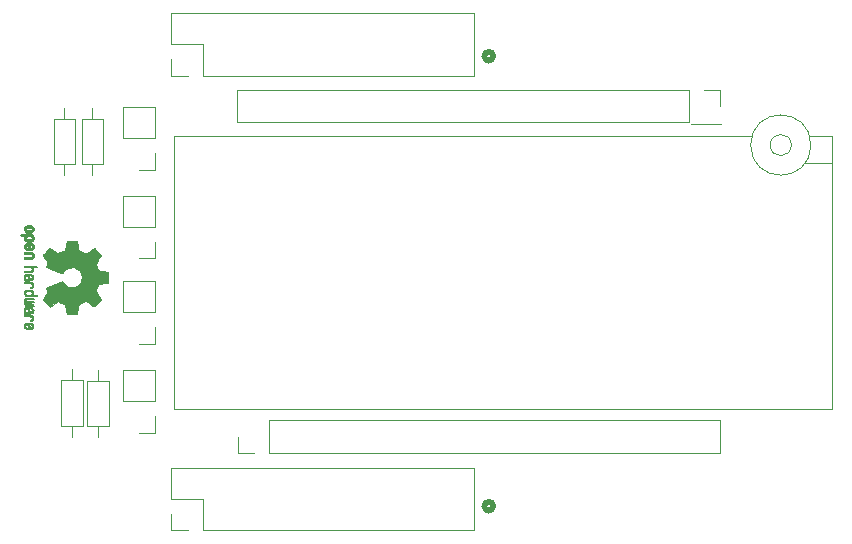
<source format=gto>
%TF.GenerationSoftware,KiCad,Pcbnew,9.0.4*%
%TF.CreationDate,2025-10-21T11:21:35+02:00*%
%TF.ProjectId,GlasgowICAdapter,476c6173-676f-4774-9943-416461707465,rev?*%
%TF.SameCoordinates,Original*%
%TF.FileFunction,Legend,Top*%
%TF.FilePolarity,Positive*%
%FSLAX46Y46*%
G04 Gerber Fmt 4.6, Leading zero omitted, Abs format (unit mm)*
G04 Created by KiCad (PCBNEW 9.0.4) date 2025-10-21 11:21:35*
%MOMM*%
%LPD*%
G01*
G04 APERTURE LIST*
%ADD10C,0.010000*%
%ADD11C,0.120000*%
%ADD12C,0.508000*%
%ADD13O,1.440000X2.000000*%
%ADD14R,1.440000X2.000000*%
%ADD15R,1.700000X1.700000*%
%ADD16C,1.700000*%
%ADD17C,1.400000*%
%ADD18C,1.371600*%
G04 APERTURE END LIST*
D10*
%TO.C,REF\u002A\u002A*%
X89511475Y-104185932D02*
X89615149Y-104190479D01*
X89691892Y-104199999D01*
X89747754Y-104216081D01*
X89788788Y-104240313D01*
X89821046Y-104274286D01*
X89843560Y-104307833D01*
X89873524Y-104388499D01*
X89880282Y-104482381D01*
X89863218Y-104570807D01*
X89853012Y-104594161D01*
X89808866Y-104649902D01*
X89745033Y-104697569D01*
X89676913Y-104727048D01*
X89643330Y-104731846D01*
X89596444Y-104715760D01*
X89571635Y-104680475D01*
X89556613Y-104642644D01*
X89553845Y-104625321D01*
X89573934Y-104616886D01*
X89617649Y-104600230D01*
X89637402Y-104592923D01*
X89705729Y-104551948D01*
X89739809Y-104492622D01*
X89738761Y-104416552D01*
X89737419Y-104410918D01*
X89718164Y-104370305D01*
X89680625Y-104340448D01*
X89620191Y-104320055D01*
X89532249Y-104307836D01*
X89412187Y-104302500D01*
X89348302Y-104302000D01*
X89247597Y-104301752D01*
X89178946Y-104300126D01*
X89135327Y-104295801D01*
X89109718Y-104287454D01*
X89095097Y-104273765D01*
X89084442Y-104253411D01*
X89083905Y-104252234D01*
X89067333Y-104213038D01*
X89061231Y-104193619D01*
X89079681Y-104190635D01*
X89130677Y-104188081D01*
X89207692Y-104186140D01*
X89304195Y-104184997D01*
X89374816Y-104184769D01*
X89511475Y-104185932D01*
G36*
X89511475Y-104185932D02*
G01*
X89615149Y-104190479D01*
X89691892Y-104199999D01*
X89747754Y-104216081D01*
X89788788Y-104240313D01*
X89821046Y-104274286D01*
X89843560Y-104307833D01*
X89873524Y-104388499D01*
X89880282Y-104482381D01*
X89863218Y-104570807D01*
X89853012Y-104594161D01*
X89808866Y-104649902D01*
X89745033Y-104697569D01*
X89676913Y-104727048D01*
X89643330Y-104731846D01*
X89596444Y-104715760D01*
X89571635Y-104680475D01*
X89556613Y-104642644D01*
X89553845Y-104625321D01*
X89573934Y-104616886D01*
X89617649Y-104600230D01*
X89637402Y-104592923D01*
X89705729Y-104551948D01*
X89739809Y-104492622D01*
X89738761Y-104416552D01*
X89737419Y-104410918D01*
X89718164Y-104370305D01*
X89680625Y-104340448D01*
X89620191Y-104320055D01*
X89532249Y-104307836D01*
X89412187Y-104302500D01*
X89348302Y-104302000D01*
X89247597Y-104301752D01*
X89178946Y-104300126D01*
X89135327Y-104295801D01*
X89109718Y-104287454D01*
X89095097Y-104273765D01*
X89084442Y-104253411D01*
X89083905Y-104252234D01*
X89067333Y-104213038D01*
X89061231Y-104193619D01*
X89079681Y-104190635D01*
X89130677Y-104188081D01*
X89207692Y-104186140D01*
X89304195Y-104184997D01*
X89374816Y-104184769D01*
X89511475Y-104185932D01*
G37*
X89388515Y-98854421D02*
X89513532Y-98856884D01*
X89605918Y-98859767D01*
X89672119Y-98863898D01*
X89718580Y-98870107D01*
X89751744Y-98879226D01*
X89778056Y-98892083D01*
X89801271Y-98907584D01*
X89875431Y-98982371D01*
X89918316Y-99073628D01*
X89928588Y-99172883D01*
X89904911Y-99271664D01*
X89868642Y-99334367D01*
X89832642Y-99377961D01*
X89794925Y-99409845D01*
X89748801Y-99431810D01*
X89687579Y-99445649D01*
X89604569Y-99453153D01*
X89493081Y-99456117D01*
X89412938Y-99456461D01*
X89117935Y-99456461D01*
X89043485Y-99290385D01*
X89366598Y-99280615D01*
X89487271Y-99276579D01*
X89574859Y-99272344D01*
X89635350Y-99267097D01*
X89674732Y-99260025D01*
X89698993Y-99250311D01*
X89714120Y-99237144D01*
X89717394Y-99232919D01*
X89742966Y-99168909D01*
X89732847Y-99104208D01*
X89706000Y-99065692D01*
X89686976Y-99050025D01*
X89662012Y-99039180D01*
X89624166Y-99032288D01*
X89566498Y-99028479D01*
X89482065Y-99026883D01*
X89394072Y-99026615D01*
X89283677Y-99026563D01*
X89205537Y-99024672D01*
X89152835Y-99018345D01*
X89118758Y-99004983D01*
X89096489Y-98981985D01*
X89079213Y-98946754D01*
X89061262Y-98899697D01*
X89041722Y-98848303D01*
X89388515Y-98854421D01*
G36*
X89388515Y-98854421D02*
G01*
X89513532Y-98856884D01*
X89605918Y-98859767D01*
X89672119Y-98863898D01*
X89718580Y-98870107D01*
X89751744Y-98879226D01*
X89778056Y-98892083D01*
X89801271Y-98907584D01*
X89875431Y-98982371D01*
X89918316Y-99073628D01*
X89928588Y-99172883D01*
X89904911Y-99271664D01*
X89868642Y-99334367D01*
X89832642Y-99377961D01*
X89794925Y-99409845D01*
X89748801Y-99431810D01*
X89687579Y-99445649D01*
X89604569Y-99453153D01*
X89493081Y-99456117D01*
X89412938Y-99456461D01*
X89117935Y-99456461D01*
X89043485Y-99290385D01*
X89366598Y-99280615D01*
X89487271Y-99276579D01*
X89574859Y-99272344D01*
X89635350Y-99267097D01*
X89674732Y-99260025D01*
X89698993Y-99250311D01*
X89714120Y-99237144D01*
X89717394Y-99232919D01*
X89742966Y-99168909D01*
X89732847Y-99104208D01*
X89706000Y-99065692D01*
X89686976Y-99050025D01*
X89662012Y-99039180D01*
X89624166Y-99032288D01*
X89566498Y-99028479D01*
X89482065Y-99026883D01*
X89394072Y-99026615D01*
X89283677Y-99026563D01*
X89205537Y-99024672D01*
X89152835Y-99018345D01*
X89118758Y-99004983D01*
X89096489Y-98981985D01*
X89079213Y-98946754D01*
X89061262Y-98899697D01*
X89041722Y-98848303D01*
X89388515Y-98854421D01*
G37*
X89358522Y-101373689D02*
X89378731Y-101374107D01*
X89498267Y-101377058D01*
X89585551Y-101380548D01*
X89647409Y-101385514D01*
X89690664Y-101392893D01*
X89722140Y-101403624D01*
X89748661Y-101418645D01*
X89760025Y-101426502D01*
X89810308Y-101471553D01*
X89849419Y-101521940D01*
X89852833Y-101528108D01*
X89879788Y-101618458D01*
X89875330Y-101713362D01*
X89842579Y-101802117D01*
X89784650Y-101874022D01*
X89743872Y-101902144D01*
X89669046Y-101932802D01*
X89614942Y-101932165D01*
X89578554Y-101899987D01*
X89572367Y-101888081D01*
X89553075Y-101836675D01*
X89558018Y-101810422D01*
X89590413Y-101801530D01*
X89608308Y-101801077D01*
X89674141Y-101784797D01*
X89720193Y-101742365D01*
X89742436Y-101683388D01*
X89736839Y-101617475D01*
X89707771Y-101563895D01*
X89691190Y-101545798D01*
X89671075Y-101532971D01*
X89640668Y-101524306D01*
X89593212Y-101518696D01*
X89521950Y-101515035D01*
X89420125Y-101512215D01*
X89387885Y-101511484D01*
X89277590Y-101508820D01*
X89199964Y-101505792D01*
X89148604Y-101501250D01*
X89117110Y-101494046D01*
X89099080Y-101483033D01*
X89088112Y-101467060D01*
X89083267Y-101456834D01*
X89066699Y-101413406D01*
X89061231Y-101387842D01*
X89079493Y-101379395D01*
X89134704Y-101374239D01*
X89227501Y-101372346D01*
X89358522Y-101373689D01*
G36*
X89358522Y-101373689D02*
G01*
X89378731Y-101374107D01*
X89498267Y-101377058D01*
X89585551Y-101380548D01*
X89647409Y-101385514D01*
X89690664Y-101392893D01*
X89722140Y-101403624D01*
X89748661Y-101418645D01*
X89760025Y-101426502D01*
X89810308Y-101471553D01*
X89849419Y-101521940D01*
X89852833Y-101528108D01*
X89879788Y-101618458D01*
X89875330Y-101713362D01*
X89842579Y-101802117D01*
X89784650Y-101874022D01*
X89743872Y-101902144D01*
X89669046Y-101932802D01*
X89614942Y-101932165D01*
X89578554Y-101899987D01*
X89572367Y-101888081D01*
X89553075Y-101836675D01*
X89558018Y-101810422D01*
X89590413Y-101801530D01*
X89608308Y-101801077D01*
X89674141Y-101784797D01*
X89720193Y-101742365D01*
X89742436Y-101683388D01*
X89736839Y-101617475D01*
X89707771Y-101563895D01*
X89691190Y-101545798D01*
X89671075Y-101532971D01*
X89640668Y-101524306D01*
X89593212Y-101518696D01*
X89521950Y-101515035D01*
X89420125Y-101512215D01*
X89387885Y-101511484D01*
X89277590Y-101508820D01*
X89199964Y-101505792D01*
X89148604Y-101501250D01*
X89117110Y-101494046D01*
X89099080Y-101483033D01*
X89088112Y-101467060D01*
X89083267Y-101456834D01*
X89066699Y-101413406D01*
X89061231Y-101387842D01*
X89079493Y-101379395D01*
X89134704Y-101374239D01*
X89227501Y-101372346D01*
X89358522Y-101373689D01*
G37*
X90171764Y-100150077D02*
X90007880Y-100159846D01*
X89928020Y-100165572D01*
X89880961Y-100172149D01*
X89860434Y-100181262D01*
X89860171Y-100194598D01*
X89862622Y-100198923D01*
X89880364Y-100256444D01*
X89879328Y-100331268D01*
X89861090Y-100407339D01*
X89837495Y-100454918D01*
X89799802Y-100503702D01*
X89757145Y-100539364D01*
X89702943Y-100563845D01*
X89630616Y-100579087D01*
X89533581Y-100587030D01*
X89405258Y-100589616D01*
X89380642Y-100589662D01*
X89104130Y-100589692D01*
X89082680Y-100528161D01*
X89068088Y-100484459D01*
X89061294Y-100460482D01*
X89061231Y-100459777D01*
X89079655Y-100457415D01*
X89130474Y-100455406D01*
X89207007Y-100453901D01*
X89302570Y-100453053D01*
X89360671Y-100452923D01*
X89475229Y-100452651D01*
X89557333Y-100451252D01*
X89613607Y-100447849D01*
X89650674Y-100441567D01*
X89675156Y-100431529D01*
X89693675Y-100416861D01*
X89702594Y-100407702D01*
X89738534Y-100344789D01*
X89741225Y-100276136D01*
X89710830Y-100213848D01*
X89699856Y-100202329D01*
X89679221Y-100185433D01*
X89654744Y-100173714D01*
X89619353Y-100166233D01*
X89565974Y-100162054D01*
X89487534Y-100160237D01*
X89379383Y-100159846D01*
X89104130Y-100159846D01*
X89082680Y-100098315D01*
X89068088Y-100054613D01*
X89061294Y-100030636D01*
X89061231Y-100029930D01*
X89079931Y-100028126D01*
X89132678Y-100026500D01*
X89214443Y-100025117D01*
X89320195Y-100024042D01*
X89444906Y-100023340D01*
X89583545Y-100023077D01*
X90118194Y-100023077D01*
X90171764Y-100150077D01*
G36*
X90171764Y-100150077D02*
G01*
X90007880Y-100159846D01*
X89928020Y-100165572D01*
X89880961Y-100172149D01*
X89860434Y-100181262D01*
X89860171Y-100194598D01*
X89862622Y-100198923D01*
X89880364Y-100256444D01*
X89879328Y-100331268D01*
X89861090Y-100407339D01*
X89837495Y-100454918D01*
X89799802Y-100503702D01*
X89757145Y-100539364D01*
X89702943Y-100563845D01*
X89630616Y-100579087D01*
X89533581Y-100587030D01*
X89405258Y-100589616D01*
X89380642Y-100589662D01*
X89104130Y-100589692D01*
X89082680Y-100528161D01*
X89068088Y-100484459D01*
X89061294Y-100460482D01*
X89061231Y-100459777D01*
X89079655Y-100457415D01*
X89130474Y-100455406D01*
X89207007Y-100453901D01*
X89302570Y-100453053D01*
X89360671Y-100452923D01*
X89475229Y-100452651D01*
X89557333Y-100451252D01*
X89613607Y-100447849D01*
X89650674Y-100441567D01*
X89675156Y-100431529D01*
X89693675Y-100416861D01*
X89702594Y-100407702D01*
X89738534Y-100344789D01*
X89741225Y-100276136D01*
X89710830Y-100213848D01*
X89699856Y-100202329D01*
X89679221Y-100185433D01*
X89654744Y-100173714D01*
X89619353Y-100166233D01*
X89565974Y-100162054D01*
X89487534Y-100160237D01*
X89379383Y-100159846D01*
X89104130Y-100159846D01*
X89082680Y-100098315D01*
X89068088Y-100054613D01*
X89061294Y-100030636D01*
X89061231Y-100029930D01*
X89079931Y-100028126D01*
X89132678Y-100026500D01*
X89214443Y-100025117D01*
X89320195Y-100024042D01*
X89444906Y-100023340D01*
X89583545Y-100023077D01*
X90118194Y-100023077D01*
X90171764Y-100150077D01*
G37*
X89859171Y-102769150D02*
X89875966Y-102812002D01*
X89881846Y-102837073D01*
X89863264Y-102843501D01*
X89811345Y-102849509D01*
X89731828Y-102854697D01*
X89630454Y-102858664D01*
X89544808Y-102860577D01*
X89207769Y-102865923D01*
X89201175Y-102912560D01*
X89205786Y-102954976D01*
X89220713Y-102975760D01*
X89248623Y-102981570D01*
X89308075Y-102986530D01*
X89391534Y-102990246D01*
X89491468Y-102992324D01*
X89542896Y-102992624D01*
X89838946Y-102992923D01*
X89860396Y-103054454D01*
X89874980Y-103098004D01*
X89881781Y-103121694D01*
X89881846Y-103122377D01*
X89863358Y-103124754D01*
X89812094Y-103127366D01*
X89734351Y-103129995D01*
X89636426Y-103132421D01*
X89544808Y-103134115D01*
X89207769Y-103139461D01*
X89207769Y-103256692D01*
X89515254Y-103262072D01*
X89822739Y-103267451D01*
X89852293Y-103324601D01*
X89872587Y-103366797D01*
X89881796Y-103391770D01*
X89881846Y-103392491D01*
X89863338Y-103395929D01*
X89811932Y-103398911D01*
X89733808Y-103401247D01*
X89635143Y-103402749D01*
X89531657Y-103403231D01*
X89181467Y-103403231D01*
X89119637Y-103341401D01*
X89081538Y-103298793D01*
X89066105Y-103261390D01*
X89067082Y-103210270D01*
X89069567Y-103189978D01*
X89076800Y-103126554D01*
X89080945Y-103074095D01*
X89081328Y-103061308D01*
X89078824Y-103018199D01*
X89072538Y-102956544D01*
X89069567Y-102932638D01*
X89064972Y-102873922D01*
X89074954Y-102834464D01*
X89105772Y-102795338D01*
X89119637Y-102781215D01*
X89181467Y-102719385D01*
X89836497Y-102719385D01*
X89859171Y-102769150D01*
G36*
X89859171Y-102769150D02*
G01*
X89875966Y-102812002D01*
X89881846Y-102837073D01*
X89863264Y-102843501D01*
X89811345Y-102849509D01*
X89731828Y-102854697D01*
X89630454Y-102858664D01*
X89544808Y-102860577D01*
X89207769Y-102865923D01*
X89201175Y-102912560D01*
X89205786Y-102954976D01*
X89220713Y-102975760D01*
X89248623Y-102981570D01*
X89308075Y-102986530D01*
X89391534Y-102990246D01*
X89491468Y-102992324D01*
X89542896Y-102992624D01*
X89838946Y-102992923D01*
X89860396Y-103054454D01*
X89874980Y-103098004D01*
X89881781Y-103121694D01*
X89881846Y-103122377D01*
X89863358Y-103124754D01*
X89812094Y-103127366D01*
X89734351Y-103129995D01*
X89636426Y-103132421D01*
X89544808Y-103134115D01*
X89207769Y-103139461D01*
X89207769Y-103256692D01*
X89515254Y-103262072D01*
X89822739Y-103267451D01*
X89852293Y-103324601D01*
X89872587Y-103366797D01*
X89881796Y-103391770D01*
X89881846Y-103392491D01*
X89863338Y-103395929D01*
X89811932Y-103398911D01*
X89733808Y-103401247D01*
X89635143Y-103402749D01*
X89531657Y-103403231D01*
X89181467Y-103403231D01*
X89119637Y-103341401D01*
X89081538Y-103298793D01*
X89066105Y-103261390D01*
X89067082Y-103210270D01*
X89069567Y-103189978D01*
X89076800Y-103126554D01*
X89080945Y-103074095D01*
X89081328Y-103061308D01*
X89078824Y-103018199D01*
X89072538Y-102956544D01*
X89069567Y-102932638D01*
X89064972Y-102873922D01*
X89074954Y-102834464D01*
X89105772Y-102795338D01*
X89119637Y-102781215D01*
X89181467Y-102719385D01*
X89836497Y-102719385D01*
X89859171Y-102769150D01*
G37*
X89497818Y-96603894D02*
X89591751Y-96604574D01*
X89662094Y-96607629D01*
X89710837Y-96614322D01*
X89746712Y-96625960D01*
X89778452Y-96643853D01*
X89784352Y-96647808D01*
X89863896Y-96714267D01*
X89910071Y-96786685D01*
X89928401Y-96874849D01*
X89929297Y-96904787D01*
X89912744Y-97016886D01*
X89864591Y-97108464D01*
X89787095Y-97176049D01*
X89737273Y-97200057D01*
X89662467Y-97218738D01*
X89567948Y-97228301D01*
X89464790Y-97229208D01*
X89364065Y-97221921D01*
X89276847Y-97206903D01*
X89214209Y-97184615D01*
X89203421Y-97177765D01*
X89122895Y-97096632D01*
X89074664Y-97000266D01*
X89060550Y-96895701D01*
X89062746Y-96885058D01*
X89242739Y-96885058D01*
X89244263Y-96930447D01*
X89273248Y-96976340D01*
X89304191Y-97003712D01*
X89349357Y-97019923D01*
X89420580Y-97029026D01*
X89428886Y-97029651D01*
X89557963Y-97031204D01*
X89653828Y-97014965D01*
X89715893Y-96981152D01*
X89743568Y-96929984D01*
X89745077Y-96911720D01*
X89737487Y-96863760D01*
X89711192Y-96830953D01*
X89660905Y-96810895D01*
X89581336Y-96801178D01*
X89497818Y-96799231D01*
X89408651Y-96800368D01*
X89349480Y-96804841D01*
X89311259Y-96814246D01*
X89284947Y-96830176D01*
X89276154Y-96838308D01*
X89242739Y-96885058D01*
X89062746Y-96885058D01*
X89082371Y-96789968D01*
X89095453Y-96760543D01*
X89135769Y-96703241D01*
X89189225Y-96652950D01*
X89196005Y-96648197D01*
X89228679Y-96628878D01*
X89263606Y-96616108D01*
X89309586Y-96608564D01*
X89375416Y-96604924D01*
X89469895Y-96603865D01*
X89491077Y-96603846D01*
X89497818Y-96603894D01*
G36*
X89497818Y-96603894D02*
G01*
X89591751Y-96604574D01*
X89662094Y-96607629D01*
X89710837Y-96614322D01*
X89746712Y-96625960D01*
X89778452Y-96643853D01*
X89784352Y-96647808D01*
X89863896Y-96714267D01*
X89910071Y-96786685D01*
X89928401Y-96874849D01*
X89929297Y-96904787D01*
X89912744Y-97016886D01*
X89864591Y-97108464D01*
X89787095Y-97176049D01*
X89737273Y-97200057D01*
X89662467Y-97218738D01*
X89567948Y-97228301D01*
X89464790Y-97229208D01*
X89364065Y-97221921D01*
X89276847Y-97206903D01*
X89214209Y-97184615D01*
X89203421Y-97177765D01*
X89122895Y-97096632D01*
X89074664Y-97000266D01*
X89060550Y-96895701D01*
X89062746Y-96885058D01*
X89242739Y-96885058D01*
X89244263Y-96930447D01*
X89273248Y-96976340D01*
X89304191Y-97003712D01*
X89349357Y-97019923D01*
X89420580Y-97029026D01*
X89428886Y-97029651D01*
X89557963Y-97031204D01*
X89653828Y-97014965D01*
X89715893Y-96981152D01*
X89743568Y-96929984D01*
X89745077Y-96911720D01*
X89737487Y-96863760D01*
X89711192Y-96830953D01*
X89660905Y-96810895D01*
X89581336Y-96801178D01*
X89497818Y-96799231D01*
X89408651Y-96800368D01*
X89349480Y-96804841D01*
X89311259Y-96814246D01*
X89284947Y-96830176D01*
X89276154Y-96838308D01*
X89242739Y-96885058D01*
X89062746Y-96885058D01*
X89082371Y-96789968D01*
X89095453Y-96760543D01*
X89135769Y-96703241D01*
X89189225Y-96652950D01*
X89196005Y-96648197D01*
X89228679Y-96628878D01*
X89263606Y-96616108D01*
X89309586Y-96608564D01*
X89375416Y-96604924D01*
X89469895Y-96603865D01*
X89491077Y-96603846D01*
X89497818Y-96603894D01*
G37*
X89530052Y-104850501D02*
X89589280Y-104851730D01*
X89679290Y-104861032D01*
X89744833Y-104879460D01*
X89793088Y-104909360D01*
X89831233Y-104953080D01*
X89843560Y-104972141D01*
X89875664Y-105058726D01*
X89877684Y-105153522D01*
X89852162Y-105245224D01*
X89801639Y-105322528D01*
X89756410Y-105359814D01*
X89674337Y-105389353D01*
X89609393Y-105391699D01*
X89522555Y-105386385D01*
X89434897Y-105186115D01*
X89390113Y-105088739D01*
X89354087Y-105025113D01*
X89322883Y-104992029D01*
X89292564Y-104986280D01*
X89259195Y-105004658D01*
X89237077Y-105024923D01*
X89201607Y-105083889D01*
X89199121Y-105148024D01*
X89226765Y-105206926D01*
X89281680Y-105250197D01*
X89301072Y-105257936D01*
X89361636Y-105295006D01*
X89387448Y-105337654D01*
X89409529Y-105396154D01*
X89325816Y-105396154D01*
X89268850Y-105390982D01*
X89220811Y-105370723D01*
X89165654Y-105328262D01*
X89158486Y-105321951D01*
X89109415Y-105274720D01*
X89083080Y-105234121D01*
X89070965Y-105183328D01*
X89066997Y-105141220D01*
X89066009Y-105065902D01*
X89078534Y-105012286D01*
X89097131Y-104978838D01*
X89101479Y-104973249D01*
X89491077Y-104973249D01*
X89498528Y-104995753D01*
X89518247Y-105044182D01*
X89546282Y-105108908D01*
X89552308Y-105122443D01*
X89593904Y-105204244D01*
X89630462Y-105249312D01*
X89664704Y-105259217D01*
X89699352Y-105235526D01*
X89714661Y-105215960D01*
X89745279Y-105145360D01*
X89740220Y-105079280D01*
X89702849Y-105023959D01*
X89636527Y-104985636D01*
X89583884Y-104973349D01*
X89530052Y-104968471D01*
X89496562Y-104969839D01*
X89491077Y-104973249D01*
X89101479Y-104973249D01*
X89138025Y-104926268D01*
X89182252Y-104889879D01*
X89237874Y-104866850D01*
X89312953Y-104854359D01*
X89415551Y-104849587D01*
X89467624Y-104849206D01*
X89530052Y-104850501D01*
G36*
X89530052Y-104850501D02*
G01*
X89589280Y-104851730D01*
X89679290Y-104861032D01*
X89744833Y-104879460D01*
X89793088Y-104909360D01*
X89831233Y-104953080D01*
X89843560Y-104972141D01*
X89875664Y-105058726D01*
X89877684Y-105153522D01*
X89852162Y-105245224D01*
X89801639Y-105322528D01*
X89756410Y-105359814D01*
X89674337Y-105389353D01*
X89609393Y-105391699D01*
X89522555Y-105386385D01*
X89434897Y-105186115D01*
X89390113Y-105088739D01*
X89354087Y-105025113D01*
X89322883Y-104992029D01*
X89292564Y-104986280D01*
X89259195Y-105004658D01*
X89237077Y-105024923D01*
X89201607Y-105083889D01*
X89199121Y-105148024D01*
X89226765Y-105206926D01*
X89281680Y-105250197D01*
X89301072Y-105257936D01*
X89361636Y-105295006D01*
X89387448Y-105337654D01*
X89409529Y-105396154D01*
X89325816Y-105396154D01*
X89268850Y-105390982D01*
X89220811Y-105370723D01*
X89165654Y-105328262D01*
X89158486Y-105321951D01*
X89109415Y-105274720D01*
X89083080Y-105234121D01*
X89070965Y-105183328D01*
X89066997Y-105141220D01*
X89066009Y-105065902D01*
X89078534Y-105012286D01*
X89097131Y-104978838D01*
X89101479Y-104973249D01*
X89491077Y-104973249D01*
X89498528Y-104995753D01*
X89518247Y-105044182D01*
X89546282Y-105108908D01*
X89552308Y-105122443D01*
X89593904Y-105204244D01*
X89630462Y-105249312D01*
X89664704Y-105259217D01*
X89699352Y-105235526D01*
X89714661Y-105215960D01*
X89745279Y-105145360D01*
X89740220Y-105079280D01*
X89702849Y-105023959D01*
X89636527Y-104985636D01*
X89583884Y-104973349D01*
X89530052Y-104968471D01*
X89496562Y-104969839D01*
X89491077Y-104973249D01*
X89101479Y-104973249D01*
X89138025Y-104926268D01*
X89182252Y-104889879D01*
X89237874Y-104866850D01*
X89312953Y-104854359D01*
X89415551Y-104849587D01*
X89467624Y-104849206D01*
X89530052Y-104850501D01*
G37*
X89477014Y-102035809D02*
X89594235Y-102040322D01*
X89686423Y-102056362D01*
X89755731Y-102086528D01*
X89809789Y-102133629D01*
X89837495Y-102170312D01*
X89867428Y-102236990D01*
X89881322Y-102314272D01*
X89877603Y-102386110D01*
X89862600Y-102426308D01*
X89858330Y-102442082D01*
X89874250Y-102452550D01*
X89916911Y-102459856D01*
X89981894Y-102465385D01*
X90054268Y-102471437D01*
X90097813Y-102479844D01*
X90122713Y-102495141D01*
X90139155Y-102521864D01*
X90146436Y-102538654D01*
X90173037Y-102602154D01*
X89719711Y-102602081D01*
X89573680Y-102601833D01*
X89461345Y-102600872D01*
X89377322Y-102598794D01*
X89316231Y-102595193D01*
X89272691Y-102589665D01*
X89241321Y-102581804D01*
X89216738Y-102571207D01*
X89202706Y-102563182D01*
X89126612Y-102496728D01*
X89078916Y-102412470D01*
X89067656Y-102351137D01*
X89202705Y-102351137D01*
X89235975Y-102415179D01*
X89240483Y-102420164D01*
X89263933Y-102441439D01*
X89291834Y-102454779D01*
X89333359Y-102462001D01*
X89397684Y-102464923D01*
X89468800Y-102465385D01*
X89558142Y-102464383D01*
X89617742Y-102460238D01*
X89656911Y-102451236D01*
X89684960Y-102435667D01*
X89699856Y-102422902D01*
X89737425Y-102363600D01*
X89741943Y-102295301D01*
X89713247Y-102230110D01*
X89702594Y-102217528D01*
X89678937Y-102196111D01*
X89650749Y-102182744D01*
X89608755Y-102175566D01*
X89543681Y-102172719D01*
X89477014Y-102172308D01*
X89389645Y-102173141D01*
X89331808Y-102176961D01*
X89293971Y-102185746D01*
X89266602Y-102201474D01*
X89245958Y-102220266D01*
X89206110Y-102283375D01*
X89202705Y-102351137D01*
X89067656Y-102351137D01*
X89061801Y-102319249D01*
X89077454Y-102225900D01*
X89105582Y-102170312D01*
X89154240Y-102111957D01*
X89213667Y-102072186D01*
X89291493Y-102048190D01*
X89395348Y-102037161D01*
X89471538Y-102035599D01*
X89477014Y-102035809D01*
G36*
X89477014Y-102035809D02*
G01*
X89594235Y-102040322D01*
X89686423Y-102056362D01*
X89755731Y-102086528D01*
X89809789Y-102133629D01*
X89837495Y-102170312D01*
X89867428Y-102236990D01*
X89881322Y-102314272D01*
X89877603Y-102386110D01*
X89862600Y-102426308D01*
X89858330Y-102442082D01*
X89874250Y-102452550D01*
X89916911Y-102459856D01*
X89981894Y-102465385D01*
X90054268Y-102471437D01*
X90097813Y-102479844D01*
X90122713Y-102495141D01*
X90139155Y-102521864D01*
X90146436Y-102538654D01*
X90173037Y-102602154D01*
X89719711Y-102602081D01*
X89573680Y-102601833D01*
X89461345Y-102600872D01*
X89377322Y-102598794D01*
X89316231Y-102595193D01*
X89272691Y-102589665D01*
X89241321Y-102581804D01*
X89216738Y-102571207D01*
X89202706Y-102563182D01*
X89126612Y-102496728D01*
X89078916Y-102412470D01*
X89067656Y-102351137D01*
X89202705Y-102351137D01*
X89235975Y-102415179D01*
X89240483Y-102420164D01*
X89263933Y-102441439D01*
X89291834Y-102454779D01*
X89333359Y-102462001D01*
X89397684Y-102464923D01*
X89468800Y-102465385D01*
X89558142Y-102464383D01*
X89617742Y-102460238D01*
X89656911Y-102451236D01*
X89684960Y-102435667D01*
X89699856Y-102422902D01*
X89737425Y-102363600D01*
X89741943Y-102295301D01*
X89713247Y-102230110D01*
X89702594Y-102217528D01*
X89678937Y-102196111D01*
X89650749Y-102182744D01*
X89608755Y-102175566D01*
X89543681Y-102172719D01*
X89477014Y-102172308D01*
X89389645Y-102173141D01*
X89331808Y-102176961D01*
X89293971Y-102185746D01*
X89266602Y-102201474D01*
X89245958Y-102220266D01*
X89206110Y-102283375D01*
X89202705Y-102351137D01*
X89067656Y-102351137D01*
X89061801Y-102319249D01*
X89077454Y-102225900D01*
X89105582Y-102170312D01*
X89154240Y-102111957D01*
X89213667Y-102072186D01*
X89291493Y-102048190D01*
X89395348Y-102037161D01*
X89471538Y-102035599D01*
X89477014Y-102035809D01*
G37*
X89615532Y-98096661D02*
X89664964Y-98101992D01*
X89758945Y-98134778D01*
X89824785Y-98180421D01*
X89891319Y-98262802D01*
X89924324Y-98353546D01*
X89926427Y-98446185D01*
X89900255Y-98534254D01*
X89848433Y-98611286D01*
X89773588Y-98670816D01*
X89678346Y-98706378D01*
X89608244Y-98713571D01*
X89578991Y-98712754D01*
X89556593Y-98705914D01*
X89536526Y-98687112D01*
X89514267Y-98650408D01*
X89485291Y-98589862D01*
X89445073Y-98499534D01*
X89444871Y-98499077D01*
X89406790Y-98415933D01*
X89372975Y-98347753D01*
X89347067Y-98301505D01*
X89345750Y-98299914D01*
X89559874Y-98299914D01*
X89569281Y-98333132D01*
X89591517Y-98385494D01*
X89619390Y-98444024D01*
X89620128Y-98445479D01*
X89646223Y-98495089D01*
X89663637Y-98515000D01*
X89681893Y-98510090D01*
X89705880Y-98489416D01*
X89740594Y-98436819D01*
X89743144Y-98380177D01*
X89717881Y-98329369D01*
X89669153Y-98294276D01*
X89615532Y-98284154D01*
X89572448Y-98286590D01*
X89559874Y-98299914D01*
X89345750Y-98299914D01*
X89332705Y-98284158D01*
X89332589Y-98284154D01*
X89301315Y-98299443D01*
X89266843Y-98335196D01*
X89242010Y-98376242D01*
X89237077Y-98397037D01*
X89254138Y-98453770D01*
X89296867Y-98502627D01*
X89343845Y-98526465D01*
X89378478Y-98549397D01*
X89417919Y-98594318D01*
X89451991Y-98647123D01*
X89470520Y-98693710D01*
X89471538Y-98703452D01*
X89454785Y-98714418D01*
X89411961Y-98715079D01*
X89354219Y-98707020D01*
X89292711Y-98691827D01*
X89238591Y-98671086D01*
X89236490Y-98670038D01*
X89149340Y-98607621D01*
X89090061Y-98526726D01*
X89060966Y-98434856D01*
X89064366Y-98339513D01*
X89102572Y-98248198D01*
X89105259Y-98244138D01*
X89170358Y-98172306D01*
X89255295Y-98125073D01*
X89366979Y-98098934D01*
X89398357Y-98095426D01*
X89546464Y-98089213D01*
X89615532Y-98096661D01*
G36*
X89615532Y-98096661D02*
G01*
X89664964Y-98101992D01*
X89758945Y-98134778D01*
X89824785Y-98180421D01*
X89891319Y-98262802D01*
X89924324Y-98353546D01*
X89926427Y-98446185D01*
X89900255Y-98534254D01*
X89848433Y-98611286D01*
X89773588Y-98670816D01*
X89678346Y-98706378D01*
X89608244Y-98713571D01*
X89578991Y-98712754D01*
X89556593Y-98705914D01*
X89536526Y-98687112D01*
X89514267Y-98650408D01*
X89485291Y-98589862D01*
X89445073Y-98499534D01*
X89444871Y-98499077D01*
X89406790Y-98415933D01*
X89372975Y-98347753D01*
X89347067Y-98301505D01*
X89345750Y-98299914D01*
X89559874Y-98299914D01*
X89569281Y-98333132D01*
X89591517Y-98385494D01*
X89619390Y-98444024D01*
X89620128Y-98445479D01*
X89646223Y-98495089D01*
X89663637Y-98515000D01*
X89681893Y-98510090D01*
X89705880Y-98489416D01*
X89740594Y-98436819D01*
X89743144Y-98380177D01*
X89717881Y-98329369D01*
X89669153Y-98294276D01*
X89615532Y-98284154D01*
X89572448Y-98286590D01*
X89559874Y-98299914D01*
X89345750Y-98299914D01*
X89332705Y-98284158D01*
X89332589Y-98284154D01*
X89301315Y-98299443D01*
X89266843Y-98335196D01*
X89242010Y-98376242D01*
X89237077Y-98397037D01*
X89254138Y-98453770D01*
X89296867Y-98502627D01*
X89343845Y-98526465D01*
X89378478Y-98549397D01*
X89417919Y-98594318D01*
X89451991Y-98647123D01*
X89470520Y-98693710D01*
X89471538Y-98703452D01*
X89454785Y-98714418D01*
X89411961Y-98715079D01*
X89354219Y-98707020D01*
X89292711Y-98691827D01*
X89238591Y-98671086D01*
X89236490Y-98670038D01*
X89149340Y-98607621D01*
X89090061Y-98526726D01*
X89060966Y-98434856D01*
X89064366Y-98339513D01*
X89102572Y-98248198D01*
X89105259Y-98244138D01*
X89170358Y-98172306D01*
X89255295Y-98125073D01*
X89366979Y-98098934D01*
X89398357Y-98095426D01*
X89546464Y-98089213D01*
X89615532Y-98096661D01*
G37*
X89699890Y-100726052D02*
X89791098Y-100782831D01*
X89821611Y-100812378D01*
X89860772Y-100879542D01*
X89878500Y-100964956D01*
X89873697Y-101053501D01*
X89845267Y-101130060D01*
X89844721Y-101130936D01*
X89809873Y-101178285D01*
X89769148Y-101213241D01*
X89716075Y-101237825D01*
X89644186Y-101254062D01*
X89547008Y-101263975D01*
X89418072Y-101269586D01*
X89399702Y-101270077D01*
X89122713Y-101277141D01*
X89091972Y-101217695D01*
X89071198Y-101174681D01*
X89061354Y-101148710D01*
X89061231Y-101147509D01*
X89079394Y-101143014D01*
X89128388Y-101139444D01*
X89199969Y-101137248D01*
X89257932Y-101136769D01*
X89351830Y-101136758D01*
X89410797Y-101132466D01*
X89438921Y-101117503D01*
X89440294Y-101085482D01*
X89419002Y-101030014D01*
X89379864Y-100946269D01*
X89347357Y-100884689D01*
X89319155Y-100853017D01*
X89288418Y-100843706D01*
X89286896Y-100843692D01*
X89233946Y-100859057D01*
X89205340Y-100904547D01*
X89201197Y-100974166D01*
X89201916Y-101024313D01*
X89187473Y-101050754D01*
X89152782Y-101067243D01*
X89108584Y-101076733D01*
X89083507Y-101063057D01*
X89079918Y-101057907D01*
X89065504Y-101009425D01*
X89063463Y-100941531D01*
X89073017Y-100871612D01*
X89090478Y-100822068D01*
X89148636Y-100753570D01*
X89229592Y-100714634D01*
X89292840Y-100706923D01*
X89349889Y-100712807D01*
X89396458Y-100734101D01*
X89437819Y-100776265D01*
X89479245Y-100844759D01*
X89526007Y-100945044D01*
X89528650Y-100951154D01*
X89570383Y-101041490D01*
X89604609Y-101097235D01*
X89635365Y-101121129D01*
X89666689Y-101115913D01*
X89702617Y-101084328D01*
X89710884Y-101074883D01*
X89742942Y-101011617D01*
X89741593Y-100946064D01*
X89710162Y-100888972D01*
X89651976Y-100851093D01*
X89640554Y-100847574D01*
X89585163Y-100813300D01*
X89558482Y-100769809D01*
X89532040Y-100706923D01*
X89600452Y-100706923D01*
X89699890Y-100726052D01*
G36*
X89699890Y-100726052D02*
G01*
X89791098Y-100782831D01*
X89821611Y-100812378D01*
X89860772Y-100879542D01*
X89878500Y-100964956D01*
X89873697Y-101053501D01*
X89845267Y-101130060D01*
X89844721Y-101130936D01*
X89809873Y-101178285D01*
X89769148Y-101213241D01*
X89716075Y-101237825D01*
X89644186Y-101254062D01*
X89547008Y-101263975D01*
X89418072Y-101269586D01*
X89399702Y-101270077D01*
X89122713Y-101277141D01*
X89091972Y-101217695D01*
X89071198Y-101174681D01*
X89061354Y-101148710D01*
X89061231Y-101147509D01*
X89079394Y-101143014D01*
X89128388Y-101139444D01*
X89199969Y-101137248D01*
X89257932Y-101136769D01*
X89351830Y-101136758D01*
X89410797Y-101132466D01*
X89438921Y-101117503D01*
X89440294Y-101085482D01*
X89419002Y-101030014D01*
X89379864Y-100946269D01*
X89347357Y-100884689D01*
X89319155Y-100853017D01*
X89288418Y-100843706D01*
X89286896Y-100843692D01*
X89233946Y-100859057D01*
X89205340Y-100904547D01*
X89201197Y-100974166D01*
X89201916Y-101024313D01*
X89187473Y-101050754D01*
X89152782Y-101067243D01*
X89108584Y-101076733D01*
X89083507Y-101063057D01*
X89079918Y-101057907D01*
X89065504Y-101009425D01*
X89063463Y-100941531D01*
X89073017Y-100871612D01*
X89090478Y-100822068D01*
X89148636Y-100753570D01*
X89229592Y-100714634D01*
X89292840Y-100706923D01*
X89349889Y-100712807D01*
X89396458Y-100734101D01*
X89437819Y-100776265D01*
X89479245Y-100844759D01*
X89526007Y-100945044D01*
X89528650Y-100951154D01*
X89570383Y-101041490D01*
X89604609Y-101097235D01*
X89635365Y-101121129D01*
X89666689Y-101115913D01*
X89702617Y-101084328D01*
X89710884Y-101074883D01*
X89742942Y-101011617D01*
X89741593Y-100946064D01*
X89710162Y-100888972D01*
X89651976Y-100851093D01*
X89640554Y-100847574D01*
X89585163Y-100813300D01*
X89558482Y-100769809D01*
X89532040Y-100706923D01*
X89600452Y-100706923D01*
X89699890Y-100726052D01*
G37*
X89062656Y-97347981D02*
X89208198Y-97349700D01*
X89251731Y-97350237D01*
X89401795Y-97352172D01*
X89499958Y-97353904D01*
X89517940Y-97354222D01*
X89605321Y-97356873D01*
X89669095Y-97360606D01*
X89714418Y-97365907D01*
X89746445Y-97373258D01*
X89770332Y-97383143D01*
X89791236Y-97396046D01*
X89799102Y-97401579D01*
X89873405Y-97474969D01*
X89915533Y-97567760D01*
X89927278Y-97675096D01*
X89915495Y-97768886D01*
X89878273Y-97843539D01*
X89809739Y-97909431D01*
X89784352Y-97927577D01*
X89751134Y-97947345D01*
X89715055Y-97960172D01*
X89666902Y-97967510D01*
X89597464Y-97970813D01*
X89505794Y-97971538D01*
X89380170Y-97968263D01*
X89285846Y-97956877D01*
X89215477Y-97935041D01*
X89161714Y-97900419D01*
X89117212Y-97850670D01*
X89114577Y-97847014D01*
X89087623Y-97797985D01*
X89074288Y-97738945D01*
X89072063Y-97688142D01*
X89242372Y-97688142D01*
X89274951Y-97735867D01*
X89276154Y-97737077D01*
X89301332Y-97756494D01*
X89335553Y-97768307D01*
X89388252Y-97774265D01*
X89468869Y-97776120D01*
X89486729Y-97776154D01*
X89597825Y-97771670D01*
X89674839Y-97757074D01*
X89721853Y-97730650D01*
X89742950Y-97690683D01*
X89745077Y-97667584D01*
X89735100Y-97612762D01*
X89702248Y-97575158D01*
X89642143Y-97552523D01*
X89550402Y-97542606D01*
X89499958Y-97541692D01*
X89416636Y-97542748D01*
X89362120Y-97547438D01*
X89326163Y-97558051D01*
X89298518Y-97576872D01*
X89285035Y-97589650D01*
X89245583Y-97641890D01*
X89242372Y-97688142D01*
X89072063Y-97688142D01*
X89071000Y-97663859D01*
X89071000Y-97541795D01*
X88952503Y-97541744D01*
X88886508Y-97540608D01*
X88847798Y-97533686D01*
X88824581Y-97515598D01*
X88805067Y-97480962D01*
X88801080Y-97472645D01*
X88782397Y-97433720D01*
X88770597Y-97403583D01*
X88769578Y-97381174D01*
X88783239Y-97365433D01*
X88815478Y-97355302D01*
X88870196Y-97349723D01*
X88951289Y-97347635D01*
X89062656Y-97347981D01*
G36*
X89062656Y-97347981D02*
G01*
X89208198Y-97349700D01*
X89251731Y-97350237D01*
X89401795Y-97352172D01*
X89499958Y-97353904D01*
X89517940Y-97354222D01*
X89605321Y-97356873D01*
X89669095Y-97360606D01*
X89714418Y-97365907D01*
X89746445Y-97373258D01*
X89770332Y-97383143D01*
X89791236Y-97396046D01*
X89799102Y-97401579D01*
X89873405Y-97474969D01*
X89915533Y-97567760D01*
X89927278Y-97675096D01*
X89915495Y-97768886D01*
X89878273Y-97843539D01*
X89809739Y-97909431D01*
X89784352Y-97927577D01*
X89751134Y-97947345D01*
X89715055Y-97960172D01*
X89666902Y-97967510D01*
X89597464Y-97970813D01*
X89505794Y-97971538D01*
X89380170Y-97968263D01*
X89285846Y-97956877D01*
X89215477Y-97935041D01*
X89161714Y-97900419D01*
X89117212Y-97850670D01*
X89114577Y-97847014D01*
X89087623Y-97797985D01*
X89074288Y-97738945D01*
X89072063Y-97688142D01*
X89242372Y-97688142D01*
X89274951Y-97735867D01*
X89276154Y-97737077D01*
X89301332Y-97756494D01*
X89335553Y-97768307D01*
X89388252Y-97774265D01*
X89468869Y-97776120D01*
X89486729Y-97776154D01*
X89597825Y-97771670D01*
X89674839Y-97757074D01*
X89721853Y-97730650D01*
X89742950Y-97690683D01*
X89745077Y-97667584D01*
X89735100Y-97612762D01*
X89702248Y-97575158D01*
X89642143Y-97552523D01*
X89550402Y-97542606D01*
X89499958Y-97541692D01*
X89416636Y-97542748D01*
X89362120Y-97547438D01*
X89326163Y-97558051D01*
X89298518Y-97576872D01*
X89285035Y-97589650D01*
X89245583Y-97641890D01*
X89242372Y-97688142D01*
X89072063Y-97688142D01*
X89071000Y-97663859D01*
X89071000Y-97541795D01*
X88952503Y-97541744D01*
X88886508Y-97540608D01*
X88847798Y-97533686D01*
X88824581Y-97515598D01*
X88805067Y-97480962D01*
X88801080Y-97472645D01*
X88782397Y-97433720D01*
X88770597Y-97403583D01*
X88769578Y-97381174D01*
X88783239Y-97365433D01*
X88815478Y-97355302D01*
X88870196Y-97349723D01*
X88951289Y-97347635D01*
X89062656Y-97347981D01*
G37*
X89395833Y-103546424D02*
X89442231Y-103588047D01*
X89468207Y-103629604D01*
X89501093Y-103694922D01*
X89534443Y-103771038D01*
X89539539Y-103783726D01*
X89576435Y-103867333D01*
X89608954Y-103915530D01*
X89641282Y-103931030D01*
X89677606Y-103916550D01*
X89706000Y-103891692D01*
X89740961Y-103832939D01*
X89743583Y-103768293D01*
X89716642Y-103709008D01*
X89662912Y-103666339D01*
X89649050Y-103660739D01*
X89598064Y-103628133D01*
X89560213Y-103580530D01*
X89529150Y-103520461D01*
X89617232Y-103520461D01*
X89671049Y-103523997D01*
X89713466Y-103539156D01*
X89758721Y-103572768D01*
X89793580Y-103605035D01*
X89842938Y-103655209D01*
X89869453Y-103694193D01*
X89880089Y-103736064D01*
X89881846Y-103783460D01*
X89866472Y-103887333D01*
X89840883Y-103943590D01*
X89809876Y-103987747D01*
X89775205Y-104020101D01*
X89730480Y-104042438D01*
X89669308Y-104056546D01*
X89585299Y-104064211D01*
X89472060Y-104067220D01*
X89397491Y-104067538D01*
X89106580Y-104067538D01*
X89083905Y-104017773D01*
X89067333Y-103978576D01*
X89061231Y-103959157D01*
X89079390Y-103955442D01*
X89128352Y-103952495D01*
X89199847Y-103950691D01*
X89256615Y-103950308D01*
X89338629Y-103948661D01*
X89403691Y-103944222D01*
X89443533Y-103937740D01*
X89452000Y-103932590D01*
X89443354Y-103897977D01*
X89421177Y-103843640D01*
X89391114Y-103780722D01*
X89358808Y-103720368D01*
X89329902Y-103673721D01*
X89310039Y-103651926D01*
X89309825Y-103651839D01*
X89273065Y-103653714D01*
X89237974Y-103670525D01*
X89209472Y-103700039D01*
X89199939Y-103743116D01*
X89201050Y-103779932D01*
X89201867Y-103832074D01*
X89189651Y-103859444D01*
X89157376Y-103875882D01*
X89151290Y-103877955D01*
X89105261Y-103885081D01*
X89077313Y-103866024D01*
X89063993Y-103816353D01*
X89061530Y-103762697D01*
X89079790Y-103666142D01*
X89105869Y-103616159D01*
X89167132Y-103554429D01*
X89242330Y-103521690D01*
X89321789Y-103518753D01*
X89395833Y-103546424D01*
G36*
X89395833Y-103546424D02*
G01*
X89442231Y-103588047D01*
X89468207Y-103629604D01*
X89501093Y-103694922D01*
X89534443Y-103771038D01*
X89539539Y-103783726D01*
X89576435Y-103867333D01*
X89608954Y-103915530D01*
X89641282Y-103931030D01*
X89677606Y-103916550D01*
X89706000Y-103891692D01*
X89740961Y-103832939D01*
X89743583Y-103768293D01*
X89716642Y-103709008D01*
X89662912Y-103666339D01*
X89649050Y-103660739D01*
X89598064Y-103628133D01*
X89560213Y-103580530D01*
X89529150Y-103520461D01*
X89617232Y-103520461D01*
X89671049Y-103523997D01*
X89713466Y-103539156D01*
X89758721Y-103572768D01*
X89793580Y-103605035D01*
X89842938Y-103655209D01*
X89869453Y-103694193D01*
X89880089Y-103736064D01*
X89881846Y-103783460D01*
X89866472Y-103887333D01*
X89840883Y-103943590D01*
X89809876Y-103987747D01*
X89775205Y-104020101D01*
X89730480Y-104042438D01*
X89669308Y-104056546D01*
X89585299Y-104064211D01*
X89472060Y-104067220D01*
X89397491Y-104067538D01*
X89106580Y-104067538D01*
X89083905Y-104017773D01*
X89067333Y-103978576D01*
X89061231Y-103959157D01*
X89079390Y-103955442D01*
X89128352Y-103952495D01*
X89199847Y-103950691D01*
X89256615Y-103950308D01*
X89338629Y-103948661D01*
X89403691Y-103944222D01*
X89443533Y-103937740D01*
X89452000Y-103932590D01*
X89443354Y-103897977D01*
X89421177Y-103843640D01*
X89391114Y-103780722D01*
X89358808Y-103720368D01*
X89329902Y-103673721D01*
X89310039Y-103651926D01*
X89309825Y-103651839D01*
X89273065Y-103653714D01*
X89237974Y-103670525D01*
X89209472Y-103700039D01*
X89199939Y-103743116D01*
X89201050Y-103779932D01*
X89201867Y-103832074D01*
X89189651Y-103859444D01*
X89157376Y-103875882D01*
X89151290Y-103877955D01*
X89105261Y-103885081D01*
X89077313Y-103866024D01*
X89063993Y-103816353D01*
X89061530Y-103762697D01*
X89079790Y-103666142D01*
X89105869Y-103616159D01*
X89167132Y-103554429D01*
X89242330Y-103521690D01*
X89321789Y-103518753D01*
X89395833Y-103546424D01*
G37*
X93265754Y-97913153D02*
X93372021Y-97914099D01*
X93448987Y-97916141D01*
X93501540Y-97919662D01*
X93534567Y-97925043D01*
X93552955Y-97932666D01*
X93561592Y-97942912D01*
X93563193Y-97947115D01*
X93568873Y-97972470D01*
X93580205Y-98028484D01*
X93595821Y-98107964D01*
X93614353Y-98203712D01*
X93634431Y-98308533D01*
X93654688Y-98415232D01*
X93673754Y-98516613D01*
X93690261Y-98605479D01*
X93702841Y-98674637D01*
X93710125Y-98716889D01*
X93711384Y-98726290D01*
X93728237Y-98734807D01*
X93773130Y-98753660D01*
X93837570Y-98779324D01*
X93862808Y-98789123D01*
X93960314Y-98828648D01*
X94068041Y-98875192D01*
X94158828Y-98916877D01*
X94228247Y-98947550D01*
X94285290Y-98967956D01*
X94320223Y-98974768D01*
X94324905Y-98973682D01*
X94347009Y-98959285D01*
X94396169Y-98926412D01*
X94467152Y-98878590D01*
X94554722Y-98819348D01*
X94653643Y-98752215D01*
X94673170Y-98738941D01*
X94788860Y-98661046D01*
X94876956Y-98603787D01*
X94941514Y-98564881D01*
X94986589Y-98542044D01*
X95016237Y-98532994D01*
X95034515Y-98535448D01*
X95034631Y-98535511D01*
X95058639Y-98554827D01*
X95105053Y-98597551D01*
X95169063Y-98659051D01*
X95245855Y-98734698D01*
X95330618Y-98819861D01*
X95340078Y-98829465D01*
X95444011Y-98936790D01*
X95520325Y-99019615D01*
X95570429Y-99079605D01*
X95595730Y-99118423D01*
X95598996Y-99135520D01*
X95584750Y-99160473D01*
X95551844Y-99212255D01*
X95503792Y-99285520D01*
X95444110Y-99374920D01*
X95376312Y-99475111D01*
X95360361Y-99498501D01*
X95133580Y-99830593D01*
X95201647Y-99980565D01*
X95241315Y-100071770D01*
X95281209Y-100169669D01*
X95313017Y-100253831D01*
X95314326Y-100257538D01*
X95338424Y-100323369D01*
X95358800Y-100374116D01*
X95371064Y-100398842D01*
X95371099Y-100398884D01*
X95393266Y-100406729D01*
X95447783Y-100420066D01*
X95528520Y-100437570D01*
X95629350Y-100457917D01*
X95744144Y-100479782D01*
X95753822Y-100481571D01*
X95872096Y-100503504D01*
X95979458Y-100523640D01*
X96069083Y-100540680D01*
X96134149Y-100553328D01*
X96167832Y-100560284D01*
X96168346Y-100560406D01*
X96182675Y-100564639D01*
X96193493Y-100572871D01*
X96201294Y-100590033D01*
X96206571Y-100621058D01*
X96209818Y-100670878D01*
X96211528Y-100744424D01*
X96212193Y-100846629D01*
X96212307Y-100982425D01*
X96212308Y-101000000D01*
X96212224Y-101139878D01*
X96211645Y-101245612D01*
X96210078Y-101322132D01*
X96207028Y-101374372D01*
X96202004Y-101407263D01*
X96194511Y-101425737D01*
X96184056Y-101434727D01*
X96170147Y-101439163D01*
X96168346Y-101439594D01*
X96135855Y-101446333D01*
X96071748Y-101458808D01*
X95982849Y-101475719D01*
X95875981Y-101495771D01*
X95757967Y-101517664D01*
X95753822Y-101518429D01*
X95638169Y-101540359D01*
X95535986Y-101560877D01*
X95453402Y-101578659D01*
X95396544Y-101592381D01*
X95371542Y-101600718D01*
X95371099Y-101601116D01*
X95358890Y-101625677D01*
X95338544Y-101676315D01*
X95314455Y-101742095D01*
X95314326Y-101742461D01*
X95283182Y-101825317D01*
X95243509Y-101923000D01*
X95203619Y-102015077D01*
X95201647Y-102019434D01*
X95133580Y-102169407D01*
X95360361Y-102501498D01*
X95429496Y-102603374D01*
X95491303Y-102695657D01*
X95542267Y-102773003D01*
X95578873Y-102830064D01*
X95597606Y-102861495D01*
X95598996Y-102864479D01*
X95592810Y-102887321D01*
X95562965Y-102929982D01*
X95508053Y-102994128D01*
X95426666Y-103081421D01*
X95340078Y-103170535D01*
X95254753Y-103256441D01*
X95176892Y-103333327D01*
X95111303Y-103396564D01*
X95062795Y-103441523D01*
X95036175Y-103463576D01*
X95034805Y-103464396D01*
X95016537Y-103466834D01*
X94986705Y-103457650D01*
X94941279Y-103434574D01*
X94876230Y-103395337D01*
X94787530Y-103337670D01*
X94673343Y-103260795D01*
X94572838Y-103192570D01*
X94482697Y-103131582D01*
X94408151Y-103081356D01*
X94354435Y-103045416D01*
X94326782Y-103027287D01*
X94324905Y-103026146D01*
X94298410Y-103028359D01*
X94246914Y-103045138D01*
X94180149Y-103073142D01*
X94158828Y-103083122D01*
X94063841Y-103126672D01*
X93956063Y-103173134D01*
X93862808Y-103210877D01*
X93793594Y-103238073D01*
X93740994Y-103259675D01*
X93713503Y-103272158D01*
X93711384Y-103273709D01*
X93707876Y-103296668D01*
X93698262Y-103350786D01*
X93683911Y-103428868D01*
X93666193Y-103523719D01*
X93646475Y-103628143D01*
X93626126Y-103734944D01*
X93606514Y-103836926D01*
X93589009Y-103926894D01*
X93574978Y-103997653D01*
X93565791Y-104042006D01*
X93563193Y-104052885D01*
X93556782Y-104064122D01*
X93542303Y-104072605D01*
X93514867Y-104078714D01*
X93469589Y-104082832D01*
X93401580Y-104085341D01*
X93305953Y-104086621D01*
X93177820Y-104087054D01*
X93125299Y-104087077D01*
X92698155Y-104087077D01*
X92677909Y-103984500D01*
X92666930Y-103927431D01*
X92650905Y-103842269D01*
X92631767Y-103739372D01*
X92611449Y-103629096D01*
X92605868Y-103598615D01*
X92586083Y-103496855D01*
X92566627Y-103408205D01*
X92549303Y-103340108D01*
X92535912Y-103300004D01*
X92531921Y-103293323D01*
X92503658Y-103276919D01*
X92448891Y-103253399D01*
X92378412Y-103227316D01*
X92363231Y-103222142D01*
X92269104Y-103187956D01*
X92162899Y-103145523D01*
X92067527Y-103103997D01*
X92067084Y-103103792D01*
X91917475Y-103034640D01*
X91248383Y-103489512D01*
X90955884Y-103197500D01*
X90868830Y-103109180D01*
X90792091Y-103028625D01*
X90729763Y-102960360D01*
X90685944Y-102908908D01*
X90664730Y-102878794D01*
X90663384Y-102874474D01*
X90673984Y-102849111D01*
X90703453Y-102797358D01*
X90748295Y-102724868D01*
X90805016Y-102637294D01*
X90868538Y-102542612D01*
X90933332Y-102446516D01*
X90989713Y-102360837D01*
X91034212Y-102291016D01*
X91063361Y-102242494D01*
X91073692Y-102220782D01*
X91064950Y-102194293D01*
X91041913Y-102144062D01*
X91009369Y-102080451D01*
X91005751Y-102073708D01*
X90962790Y-101988046D01*
X90941721Y-101929306D01*
X90941497Y-101892772D01*
X90961072Y-101873731D01*
X90961346Y-101873620D01*
X90984528Y-101864102D01*
X91039559Y-101841403D01*
X91122178Y-101807282D01*
X91228128Y-101763500D01*
X91353148Y-101711816D01*
X91492980Y-101653992D01*
X91628363Y-101597991D01*
X91777766Y-101536447D01*
X91916168Y-101479939D01*
X92039327Y-101430161D01*
X92142998Y-101388806D01*
X92222941Y-101357568D01*
X92274912Y-101338141D01*
X92294308Y-101332154D01*
X92316557Y-101347168D01*
X92352018Y-101386439D01*
X92391113Y-101438807D01*
X92514755Y-101587941D01*
X92656478Y-101704511D01*
X92813296Y-101787118D01*
X92982225Y-101834366D01*
X93160278Y-101844857D01*
X93242461Y-101837231D01*
X93412969Y-101795682D01*
X93563541Y-101724123D01*
X93692691Y-101626995D01*
X93798936Y-101508734D01*
X93880790Y-101373780D01*
X93936768Y-101226571D01*
X93965385Y-101071544D01*
X93965156Y-100913139D01*
X93934595Y-100755794D01*
X93872218Y-100603946D01*
X93776540Y-100462035D01*
X93722428Y-100402803D01*
X93583480Y-100289203D01*
X93431639Y-100210106D01*
X93271333Y-100164986D01*
X93106988Y-100153316D01*
X92943029Y-100174569D01*
X92783882Y-100228220D01*
X92633975Y-100313740D01*
X92497733Y-100430605D01*
X92391113Y-100561193D01*
X92350358Y-100615588D01*
X92315282Y-100654014D01*
X92294274Y-100667846D01*
X92271365Y-100660603D01*
X92216635Y-100640005D01*
X92134328Y-100607746D01*
X92028685Y-100565521D01*
X91903950Y-100515023D01*
X91764364Y-100457948D01*
X91628330Y-100401854D01*
X91478799Y-100339967D01*
X91340233Y-100282644D01*
X91216893Y-100231644D01*
X91113036Y-100188727D01*
X91032920Y-100155653D01*
X90980805Y-100134181D01*
X90961346Y-100126225D01*
X90941577Y-100107429D01*
X90941635Y-100071074D01*
X90962559Y-100012479D01*
X91005387Y-99926968D01*
X91005751Y-99926292D01*
X91038988Y-99861907D01*
X91063198Y-99809861D01*
X91073596Y-99780512D01*
X91073692Y-99779217D01*
X91063145Y-99757124D01*
X91033816Y-99708348D01*
X90989173Y-99638331D01*
X90932686Y-99552514D01*
X90868538Y-99457388D01*
X90803589Y-99360540D01*
X90747104Y-99273253D01*
X90702579Y-99201181D01*
X90673510Y-99149977D01*
X90663384Y-99125526D01*
X90676693Y-99103010D01*
X90713888Y-99057742D01*
X90770872Y-98994244D01*
X90843551Y-98917039D01*
X90927829Y-98830651D01*
X90955984Y-98802399D01*
X91248584Y-98510287D01*
X91574896Y-98732631D01*
X91675103Y-98800202D01*
X91765037Y-98859507D01*
X91839490Y-98907217D01*
X91893249Y-98940007D01*
X91921106Y-98954548D01*
X91923088Y-98954974D01*
X91949345Y-98947308D01*
X92002163Y-98926689D01*
X92072690Y-98896685D01*
X92119907Y-98875625D01*
X92210306Y-98836248D01*
X92301634Y-98799165D01*
X92378800Y-98770415D01*
X92402308Y-98762605D01*
X92465084Y-98740417D01*
X92513589Y-98718727D01*
X92531921Y-98706813D01*
X92543141Y-98680523D01*
X92559046Y-98623142D01*
X92577833Y-98542118D01*
X92597701Y-98444895D01*
X92605868Y-98401385D01*
X92626171Y-98290896D01*
X92645830Y-98184916D01*
X92662912Y-98093801D01*
X92675482Y-98027908D01*
X92677909Y-98015500D01*
X92698155Y-97912923D01*
X93125299Y-97912923D01*
X93265754Y-97913153D01*
G36*
X93265754Y-97913153D02*
G01*
X93372021Y-97914099D01*
X93448987Y-97916141D01*
X93501540Y-97919662D01*
X93534567Y-97925043D01*
X93552955Y-97932666D01*
X93561592Y-97942912D01*
X93563193Y-97947115D01*
X93568873Y-97972470D01*
X93580205Y-98028484D01*
X93595821Y-98107964D01*
X93614353Y-98203712D01*
X93634431Y-98308533D01*
X93654688Y-98415232D01*
X93673754Y-98516613D01*
X93690261Y-98605479D01*
X93702841Y-98674637D01*
X93710125Y-98716889D01*
X93711384Y-98726290D01*
X93728237Y-98734807D01*
X93773130Y-98753660D01*
X93837570Y-98779324D01*
X93862808Y-98789123D01*
X93960314Y-98828648D01*
X94068041Y-98875192D01*
X94158828Y-98916877D01*
X94228247Y-98947550D01*
X94285290Y-98967956D01*
X94320223Y-98974768D01*
X94324905Y-98973682D01*
X94347009Y-98959285D01*
X94396169Y-98926412D01*
X94467152Y-98878590D01*
X94554722Y-98819348D01*
X94653643Y-98752215D01*
X94673170Y-98738941D01*
X94788860Y-98661046D01*
X94876956Y-98603787D01*
X94941514Y-98564881D01*
X94986589Y-98542044D01*
X95016237Y-98532994D01*
X95034515Y-98535448D01*
X95034631Y-98535511D01*
X95058639Y-98554827D01*
X95105053Y-98597551D01*
X95169063Y-98659051D01*
X95245855Y-98734698D01*
X95330618Y-98819861D01*
X95340078Y-98829465D01*
X95444011Y-98936790D01*
X95520325Y-99019615D01*
X95570429Y-99079605D01*
X95595730Y-99118423D01*
X95598996Y-99135520D01*
X95584750Y-99160473D01*
X95551844Y-99212255D01*
X95503792Y-99285520D01*
X95444110Y-99374920D01*
X95376312Y-99475111D01*
X95360361Y-99498501D01*
X95133580Y-99830593D01*
X95201647Y-99980565D01*
X95241315Y-100071770D01*
X95281209Y-100169669D01*
X95313017Y-100253831D01*
X95314326Y-100257538D01*
X95338424Y-100323369D01*
X95358800Y-100374116D01*
X95371064Y-100398842D01*
X95371099Y-100398884D01*
X95393266Y-100406729D01*
X95447783Y-100420066D01*
X95528520Y-100437570D01*
X95629350Y-100457917D01*
X95744144Y-100479782D01*
X95753822Y-100481571D01*
X95872096Y-100503504D01*
X95979458Y-100523640D01*
X96069083Y-100540680D01*
X96134149Y-100553328D01*
X96167832Y-100560284D01*
X96168346Y-100560406D01*
X96182675Y-100564639D01*
X96193493Y-100572871D01*
X96201294Y-100590033D01*
X96206571Y-100621058D01*
X96209818Y-100670878D01*
X96211528Y-100744424D01*
X96212193Y-100846629D01*
X96212307Y-100982425D01*
X96212308Y-101000000D01*
X96212224Y-101139878D01*
X96211645Y-101245612D01*
X96210078Y-101322132D01*
X96207028Y-101374372D01*
X96202004Y-101407263D01*
X96194511Y-101425737D01*
X96184056Y-101434727D01*
X96170147Y-101439163D01*
X96168346Y-101439594D01*
X96135855Y-101446333D01*
X96071748Y-101458808D01*
X95982849Y-101475719D01*
X95875981Y-101495771D01*
X95757967Y-101517664D01*
X95753822Y-101518429D01*
X95638169Y-101540359D01*
X95535986Y-101560877D01*
X95453402Y-101578659D01*
X95396544Y-101592381D01*
X95371542Y-101600718D01*
X95371099Y-101601116D01*
X95358890Y-101625677D01*
X95338544Y-101676315D01*
X95314455Y-101742095D01*
X95314326Y-101742461D01*
X95283182Y-101825317D01*
X95243509Y-101923000D01*
X95203619Y-102015077D01*
X95201647Y-102019434D01*
X95133580Y-102169407D01*
X95360361Y-102501498D01*
X95429496Y-102603374D01*
X95491303Y-102695657D01*
X95542267Y-102773003D01*
X95578873Y-102830064D01*
X95597606Y-102861495D01*
X95598996Y-102864479D01*
X95592810Y-102887321D01*
X95562965Y-102929982D01*
X95508053Y-102994128D01*
X95426666Y-103081421D01*
X95340078Y-103170535D01*
X95254753Y-103256441D01*
X95176892Y-103333327D01*
X95111303Y-103396564D01*
X95062795Y-103441523D01*
X95036175Y-103463576D01*
X95034805Y-103464396D01*
X95016537Y-103466834D01*
X94986705Y-103457650D01*
X94941279Y-103434574D01*
X94876230Y-103395337D01*
X94787530Y-103337670D01*
X94673343Y-103260795D01*
X94572838Y-103192570D01*
X94482697Y-103131582D01*
X94408151Y-103081356D01*
X94354435Y-103045416D01*
X94326782Y-103027287D01*
X94324905Y-103026146D01*
X94298410Y-103028359D01*
X94246914Y-103045138D01*
X94180149Y-103073142D01*
X94158828Y-103083122D01*
X94063841Y-103126672D01*
X93956063Y-103173134D01*
X93862808Y-103210877D01*
X93793594Y-103238073D01*
X93740994Y-103259675D01*
X93713503Y-103272158D01*
X93711384Y-103273709D01*
X93707876Y-103296668D01*
X93698262Y-103350786D01*
X93683911Y-103428868D01*
X93666193Y-103523719D01*
X93646475Y-103628143D01*
X93626126Y-103734944D01*
X93606514Y-103836926D01*
X93589009Y-103926894D01*
X93574978Y-103997653D01*
X93565791Y-104042006D01*
X93563193Y-104052885D01*
X93556782Y-104064122D01*
X93542303Y-104072605D01*
X93514867Y-104078714D01*
X93469589Y-104082832D01*
X93401580Y-104085341D01*
X93305953Y-104086621D01*
X93177820Y-104087054D01*
X93125299Y-104087077D01*
X92698155Y-104087077D01*
X92677909Y-103984500D01*
X92666930Y-103927431D01*
X92650905Y-103842269D01*
X92631767Y-103739372D01*
X92611449Y-103629096D01*
X92605868Y-103598615D01*
X92586083Y-103496855D01*
X92566627Y-103408205D01*
X92549303Y-103340108D01*
X92535912Y-103300004D01*
X92531921Y-103293323D01*
X92503658Y-103276919D01*
X92448891Y-103253399D01*
X92378412Y-103227316D01*
X92363231Y-103222142D01*
X92269104Y-103187956D01*
X92162899Y-103145523D01*
X92067527Y-103103997D01*
X92067084Y-103103792D01*
X91917475Y-103034640D01*
X91248383Y-103489512D01*
X90955884Y-103197500D01*
X90868830Y-103109180D01*
X90792091Y-103028625D01*
X90729763Y-102960360D01*
X90685944Y-102908908D01*
X90664730Y-102878794D01*
X90663384Y-102874474D01*
X90673984Y-102849111D01*
X90703453Y-102797358D01*
X90748295Y-102724868D01*
X90805016Y-102637294D01*
X90868538Y-102542612D01*
X90933332Y-102446516D01*
X90989713Y-102360837D01*
X91034212Y-102291016D01*
X91063361Y-102242494D01*
X91073692Y-102220782D01*
X91064950Y-102194293D01*
X91041913Y-102144062D01*
X91009369Y-102080451D01*
X91005751Y-102073708D01*
X90962790Y-101988046D01*
X90941721Y-101929306D01*
X90941497Y-101892772D01*
X90961072Y-101873731D01*
X90961346Y-101873620D01*
X90984528Y-101864102D01*
X91039559Y-101841403D01*
X91122178Y-101807282D01*
X91228128Y-101763500D01*
X91353148Y-101711816D01*
X91492980Y-101653992D01*
X91628363Y-101597991D01*
X91777766Y-101536447D01*
X91916168Y-101479939D01*
X92039327Y-101430161D01*
X92142998Y-101388806D01*
X92222941Y-101357568D01*
X92274912Y-101338141D01*
X92294308Y-101332154D01*
X92316557Y-101347168D01*
X92352018Y-101386439D01*
X92391113Y-101438807D01*
X92514755Y-101587941D01*
X92656478Y-101704511D01*
X92813296Y-101787118D01*
X92982225Y-101834366D01*
X93160278Y-101844857D01*
X93242461Y-101837231D01*
X93412969Y-101795682D01*
X93563541Y-101724123D01*
X93692691Y-101626995D01*
X93798936Y-101508734D01*
X93880790Y-101373780D01*
X93936768Y-101226571D01*
X93965385Y-101071544D01*
X93965156Y-100913139D01*
X93934595Y-100755794D01*
X93872218Y-100603946D01*
X93776540Y-100462035D01*
X93722428Y-100402803D01*
X93583480Y-100289203D01*
X93431639Y-100210106D01*
X93271333Y-100164986D01*
X93106988Y-100153316D01*
X92943029Y-100174569D01*
X92783882Y-100228220D01*
X92633975Y-100313740D01*
X92497733Y-100430605D01*
X92391113Y-100561193D01*
X92350358Y-100615588D01*
X92315282Y-100654014D01*
X92294274Y-100667846D01*
X92271365Y-100660603D01*
X92216635Y-100640005D01*
X92134328Y-100607746D01*
X92028685Y-100565521D01*
X91903950Y-100515023D01*
X91764364Y-100457948D01*
X91628330Y-100401854D01*
X91478799Y-100339967D01*
X91340233Y-100282644D01*
X91216893Y-100231644D01*
X91113036Y-100188727D01*
X91032920Y-100155653D01*
X90980805Y-100134181D01*
X90961346Y-100126225D01*
X90941577Y-100107429D01*
X90941635Y-100071074D01*
X90962559Y-100012479D01*
X91005387Y-99926968D01*
X91005751Y-99926292D01*
X91038988Y-99861907D01*
X91063198Y-99809861D01*
X91073596Y-99780512D01*
X91073692Y-99779217D01*
X91063145Y-99757124D01*
X91033816Y-99708348D01*
X90989173Y-99638331D01*
X90932686Y-99552514D01*
X90868538Y-99457388D01*
X90803589Y-99360540D01*
X90747104Y-99273253D01*
X90702579Y-99201181D01*
X90673510Y-99149977D01*
X90663384Y-99125526D01*
X90676693Y-99103010D01*
X90713888Y-99057742D01*
X90770872Y-98994244D01*
X90843551Y-98917039D01*
X90927829Y-98830651D01*
X90955984Y-98802399D01*
X91248584Y-98510287D01*
X91574896Y-98732631D01*
X91675103Y-98800202D01*
X91765037Y-98859507D01*
X91839490Y-98907217D01*
X91893249Y-98940007D01*
X91921106Y-98954548D01*
X91923088Y-98954974D01*
X91949345Y-98947308D01*
X92002163Y-98926689D01*
X92072690Y-98896685D01*
X92119907Y-98875625D01*
X92210306Y-98836248D01*
X92301634Y-98799165D01*
X92378800Y-98770415D01*
X92402308Y-98762605D01*
X92465084Y-98740417D01*
X92513589Y-98718727D01*
X92531921Y-98706813D01*
X92543141Y-98680523D01*
X92559046Y-98623142D01*
X92577833Y-98542118D01*
X92597701Y-98444895D01*
X92605868Y-98401385D01*
X92626171Y-98290896D01*
X92645830Y-98184916D01*
X92662912Y-98093801D01*
X92675482Y-98027908D01*
X92677909Y-98015500D01*
X92698155Y-97912923D01*
X93125299Y-97912923D01*
X93265754Y-97913153D01*
G37*
D11*
%TO.C,J3*%
X155700000Y-89800000D02*
G75*
G02*
X150600000Y-89800000I-2550000J0D01*
G01*
X150600000Y-89800000D02*
G75*
G02*
X155700000Y-89800000I2550000J0D01*
G01*
X154050000Y-89800000D02*
G75*
G02*
X152250000Y-89800000I-900000J0D01*
G01*
X152250000Y-89800000D02*
G75*
G02*
X154050000Y-89800000I900000J0D01*
G01*
X157460000Y-112170000D02*
X157460000Y-89070000D01*
X157460000Y-91350000D02*
X155200000Y-91350000D01*
X157460000Y-89070000D02*
X155600000Y-89070000D01*
X150700000Y-89070000D02*
X101760000Y-89070000D01*
X145530000Y-88050000D02*
X148070000Y-88050000D01*
X101760000Y-112170000D02*
X157460000Y-112170000D01*
X101760000Y-89070000D02*
X101760000Y-112170000D01*
%TO.C,J5*%
X97420000Y-96740000D02*
X97420000Y-94090000D01*
X100180000Y-94090000D02*
X97420000Y-94090000D01*
X100180000Y-96740000D02*
X97420000Y-96740000D01*
X100180000Y-96740000D02*
X100180000Y-94090000D01*
X100180000Y-98010000D02*
X100180000Y-99390000D01*
X100180000Y-99390000D02*
X98800000Y-99390000D01*
%TO.C,R4*%
X95370000Y-108820000D02*
X95370000Y-109770000D01*
X95370000Y-114560000D02*
X95370000Y-113610000D01*
X96290000Y-109770000D02*
X94450000Y-109770000D01*
X94450000Y-113610000D01*
X96290000Y-113610000D01*
X96290000Y-109770000D01*
%TO.C,J11*%
X101560000Y-117120000D02*
X127180000Y-117120000D01*
X101560000Y-119770000D02*
X101560000Y-117120000D01*
X101560000Y-122420000D02*
X101560000Y-121040000D01*
X102940000Y-122420000D02*
X101560000Y-122420000D01*
X104210000Y-119770000D02*
X101560000Y-119770000D01*
X104210000Y-122420000D02*
X104210000Y-119770000D01*
X104210000Y-122420000D02*
X127180000Y-122420000D01*
X127180000Y-122420000D02*
X127180000Y-117120000D01*
%TO.C,J6*%
X107140000Y-85120000D02*
X107140000Y-87880000D01*
X145350000Y-85120000D02*
X107140000Y-85120000D01*
X145350000Y-85120000D02*
X145350000Y-87880000D01*
X145350000Y-87880000D02*
X107140000Y-87880000D01*
X146620000Y-85120000D02*
X148000000Y-85120000D01*
X148000000Y-85120000D02*
X148000000Y-86500000D01*
%TO.C,J7*%
X97420000Y-103965000D02*
X97420000Y-101315000D01*
X100180000Y-101315000D02*
X97420000Y-101315000D01*
X100180000Y-103965000D02*
X97420000Y-103965000D01*
X100180000Y-103965000D02*
X100180000Y-101315000D01*
X100180000Y-105235000D02*
X100180000Y-106615000D01*
X100180000Y-106615000D02*
X98800000Y-106615000D01*
%TO.C,J10*%
X101560000Y-78620000D02*
X127180000Y-78620000D01*
X101560000Y-81270000D02*
X101560000Y-78620000D01*
X101560000Y-83920000D02*
X101560000Y-82540000D01*
X102940000Y-83920000D02*
X101560000Y-83920000D01*
X104210000Y-81270000D02*
X101560000Y-81270000D01*
X104210000Y-83920000D02*
X104210000Y-81270000D01*
X104210000Y-83920000D02*
X127180000Y-83920000D01*
X127180000Y-83920000D02*
X127180000Y-78620000D01*
%TO.C,R3*%
X93120000Y-108760000D02*
X93120000Y-109710000D01*
X93120000Y-114500000D02*
X93120000Y-113550000D01*
X94040000Y-109710000D02*
X92200000Y-109710000D01*
X92200000Y-113550000D01*
X94040000Y-113550000D01*
X94040000Y-109710000D01*
%TO.C,J8*%
X97420000Y-111505000D02*
X97420000Y-108855000D01*
X100180000Y-108855000D02*
X97420000Y-108855000D01*
X100180000Y-111505000D02*
X97420000Y-111505000D01*
X100180000Y-111505000D02*
X100180000Y-108855000D01*
X100180000Y-112775000D02*
X100180000Y-114155000D01*
X100180000Y-114155000D02*
X98800000Y-114155000D01*
%TO.C,R2*%
X92500000Y-86630000D02*
X92500000Y-87580000D01*
X92500000Y-92370000D02*
X92500000Y-91420000D01*
X91580000Y-91420000D02*
X93420000Y-91420000D01*
X93420000Y-87580000D01*
X91580000Y-87580000D01*
X91580000Y-91420000D01*
%TO.C,R1*%
X94870000Y-86630000D02*
X94870000Y-87580000D01*
X94870000Y-92370000D02*
X94870000Y-91420000D01*
X93950000Y-91420000D02*
X95790000Y-91420000D01*
X95790000Y-87580000D01*
X93950000Y-87580000D01*
X93950000Y-91420000D01*
%TO.C,J9*%
X107180000Y-115880000D02*
X107180000Y-114500000D01*
X108560000Y-115880000D02*
X107180000Y-115880000D01*
X109830000Y-113120000D02*
X148040000Y-113120000D01*
X109830000Y-115880000D02*
X109830000Y-113120000D01*
X109830000Y-115880000D02*
X148040000Y-115880000D01*
X148040000Y-115880000D02*
X148040000Y-113120000D01*
%TO.C,J4*%
X97420000Y-89240000D02*
X97420000Y-86590000D01*
X100180000Y-86590000D02*
X97420000Y-86590000D01*
X100180000Y-89240000D02*
X97420000Y-89240000D01*
X100180000Y-89240000D02*
X100180000Y-86590000D01*
X100180000Y-90510000D02*
X100180000Y-91890000D01*
X100180000Y-91890000D02*
X98800000Y-91890000D01*
D12*
%TO.C,J2*%
X128809000Y-120378700D02*
G75*
G02*
X128047000Y-120378700I-381000J0D01*
G01*
X128047000Y-120378700D02*
G75*
G02*
X128809000Y-120378700I381000J0D01*
G01*
%TO.C,J1*%
X128809000Y-82278700D02*
G75*
G02*
X128047000Y-82278700I-381000J0D01*
G01*
X128047000Y-82278700D02*
G75*
G02*
X128809000Y-82278700I381000J0D01*
G01*
%TD*%
%LPC*%
D13*
%TO.C,J3*%
X146800000Y-108240000D03*
X144260000Y-108240000D03*
X141720000Y-108240000D03*
X139180000Y-108240000D03*
X136640000Y-108240000D03*
X134100000Y-108240000D03*
X131560000Y-108240000D03*
X129020000Y-108240000D03*
X126480000Y-108240000D03*
X123940000Y-108240000D03*
X121400000Y-108240000D03*
X118860000Y-108240000D03*
X116320000Y-108240000D03*
X113780000Y-108240000D03*
X111240000Y-108240000D03*
X108700000Y-108240000D03*
X108700000Y-93000000D03*
X111240000Y-93000000D03*
X113780000Y-93000000D03*
X116320000Y-93000000D03*
X118860000Y-93000000D03*
X121400000Y-93000000D03*
X123940000Y-93000000D03*
X126480000Y-93000000D03*
X129020000Y-93000000D03*
X131560000Y-93000000D03*
X134100000Y-93000000D03*
X136640000Y-93000000D03*
X139180000Y-93000000D03*
X141720000Y-93000000D03*
X144260000Y-93000000D03*
D14*
X146800000Y-93000000D03*
%TD*%
D15*
%TO.C,J5*%
X98800000Y-98010000D03*
D16*
X98800000Y-95470000D03*
%TD*%
D17*
%TO.C,R4*%
X95370000Y-107880000D03*
X95370000Y-115500000D03*
%TD*%
D15*
%TO.C,J11*%
X102940000Y-121040000D03*
D16*
X102940000Y-118500000D03*
X105480000Y-121040000D03*
X105480000Y-118500000D03*
X108020000Y-121040000D03*
X108020000Y-118500000D03*
X110560000Y-121040000D03*
X110560000Y-118500000D03*
X113100000Y-121040000D03*
X113100000Y-118500000D03*
X115640000Y-121040000D03*
X115640000Y-118500000D03*
X118180000Y-121040000D03*
X118180000Y-118500000D03*
X120720000Y-121040000D03*
X120720000Y-118500000D03*
X123260000Y-121040000D03*
X123260000Y-118500000D03*
X125800000Y-121040000D03*
X125800000Y-118500000D03*
%TD*%
D15*
%TO.C,J6*%
X146620000Y-86500000D03*
D16*
X144080000Y-86500000D03*
X141540000Y-86500000D03*
X139000000Y-86500000D03*
X136460000Y-86500000D03*
X133920000Y-86500000D03*
X131380000Y-86500000D03*
X128840000Y-86500000D03*
X126300000Y-86500000D03*
X123760000Y-86500000D03*
X121220000Y-86500000D03*
X118680000Y-86500000D03*
X116140000Y-86500000D03*
X113600000Y-86500000D03*
X111060000Y-86500000D03*
X108520000Y-86500000D03*
%TD*%
D15*
%TO.C,J7*%
X98800000Y-105235000D03*
D16*
X98800000Y-102695000D03*
%TD*%
D15*
%TO.C,J10*%
X102940000Y-82540000D03*
D16*
X102940000Y-80000000D03*
X105480000Y-82540000D03*
X105480000Y-80000000D03*
X108020000Y-82540000D03*
X108020000Y-80000000D03*
X110560000Y-82540000D03*
X110560000Y-80000000D03*
X113100000Y-82540000D03*
X113100000Y-80000000D03*
X115640000Y-82540000D03*
X115640000Y-80000000D03*
X118180000Y-82540000D03*
X118180000Y-80000000D03*
X120720000Y-82540000D03*
X120720000Y-80000000D03*
X123260000Y-82540000D03*
X123260000Y-80000000D03*
X125800000Y-82540000D03*
X125800000Y-80000000D03*
%TD*%
D17*
%TO.C,R3*%
X93120000Y-107820000D03*
X93120000Y-115440000D03*
%TD*%
D15*
%TO.C,J8*%
X98800000Y-112775000D03*
D16*
X98800000Y-110235000D03*
%TD*%
D17*
%TO.C,R2*%
X92500000Y-93310000D03*
X92500000Y-85690000D03*
%TD*%
%TO.C,R1*%
X94870000Y-93310000D03*
X94870000Y-85690000D03*
%TD*%
D15*
%TO.C,J9*%
X108560000Y-114500000D03*
D16*
X111100000Y-114500000D03*
X113640000Y-114500000D03*
X116180000Y-114500000D03*
X118720000Y-114500000D03*
X121260000Y-114500000D03*
X123800000Y-114500000D03*
X126340000Y-114500000D03*
X128880000Y-114500000D03*
X131420000Y-114500000D03*
X133960000Y-114500000D03*
X136500000Y-114500000D03*
X139040000Y-114500000D03*
X141580000Y-114500000D03*
X144120000Y-114500000D03*
X146660000Y-114500000D03*
%TD*%
D15*
%TO.C,J4*%
X98800000Y-90510000D03*
D16*
X98800000Y-87970000D03*
%TD*%
D18*
%TO.C,J2*%
X133000000Y-120378700D03*
X133000000Y-117838700D03*
X135540000Y-120378700D03*
X135540000Y-117838700D03*
X138080000Y-120378700D03*
X138080000Y-117838700D03*
X140620000Y-120378700D03*
X140620000Y-117838700D03*
X143160000Y-120378700D03*
X143160000Y-117838700D03*
X145700000Y-120378700D03*
X145700000Y-117838700D03*
X148240000Y-120378700D03*
X148240000Y-117838700D03*
X150780000Y-120378700D03*
X150780000Y-117838700D03*
X153320000Y-120378700D03*
X153320000Y-117838700D03*
X155860000Y-120378700D03*
X155860000Y-117838700D03*
%TD*%
%TO.C,J1*%
X133000000Y-82278700D03*
X133000000Y-79738700D03*
X135540000Y-82278700D03*
X135540000Y-79738700D03*
X138080000Y-82278700D03*
X138080000Y-79738700D03*
X140620000Y-82278700D03*
X140620000Y-79738700D03*
X143160000Y-82278700D03*
X143160000Y-79738700D03*
X145700000Y-82278700D03*
X145700000Y-79738700D03*
X148240000Y-82278700D03*
X148240000Y-79738700D03*
X150780000Y-82278700D03*
X150780000Y-79738700D03*
X153320000Y-82278700D03*
X153320000Y-79738700D03*
X155860000Y-82278700D03*
X155860000Y-79738700D03*
%TD*%
%LPD*%
M02*

</source>
